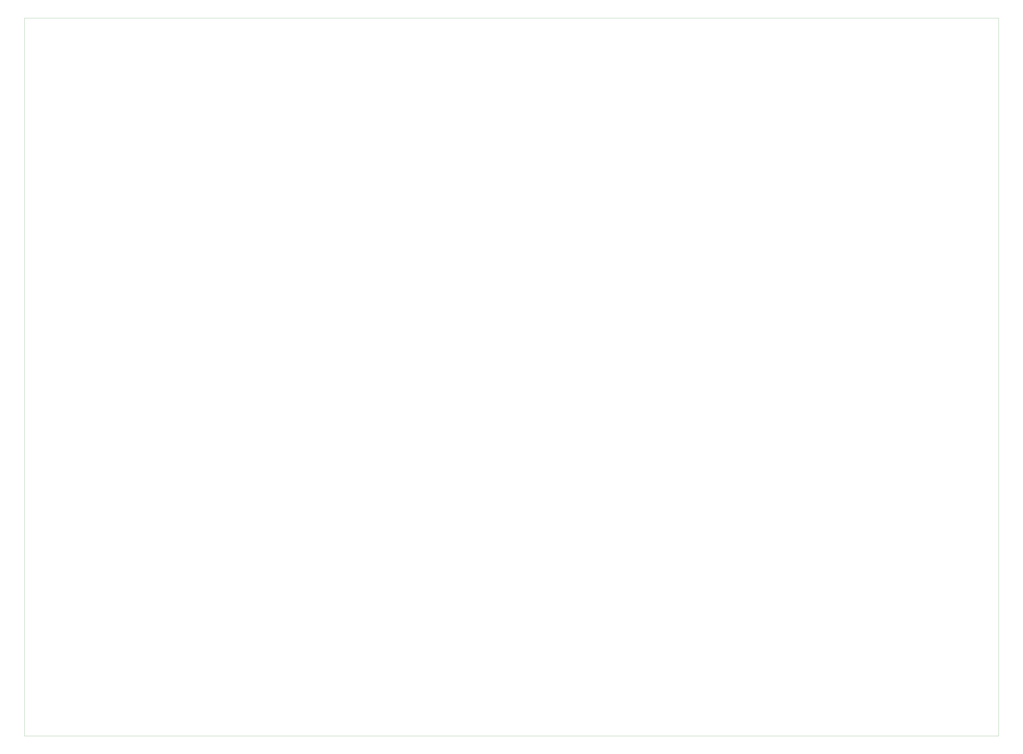
<source format=gbr>
%TF.GenerationSoftware,KiCad,Pcbnew,(6.99.0-3937-g3e53426b6c)*%
%TF.CreationDate,2025-03-11T03:35:32-04:00*%
%TF.ProjectId,AnalogFNN,416e616c-6f67-4464-9e4e-2e6b69636164,rev?*%
%TF.SameCoordinates,Original*%
%TF.FileFunction,Profile,NP*%
%FSLAX46Y46*%
G04 Gerber Fmt 4.6, Leading zero omitted, Abs format (unit mm)*
G04 Created by KiCad (PCBNEW (6.99.0-3937-g3e53426b6c)) date 2025-03-11 03:35:32*
%MOMM*%
%LPD*%
G01*
G04 APERTURE LIST*
%TA.AperFunction,Profile*%
%ADD10C,0.100000*%
%TD*%
G04 APERTURE END LIST*
D10*
X12000000Y-12000000D02*
X482000000Y-12000000D01*
X482000000Y-12000000D02*
X482000000Y-358500000D01*
X482000000Y-358500000D02*
X12000000Y-358500000D01*
X12000000Y-358500000D02*
X12000000Y-12000000D01*
M02*

</source>
